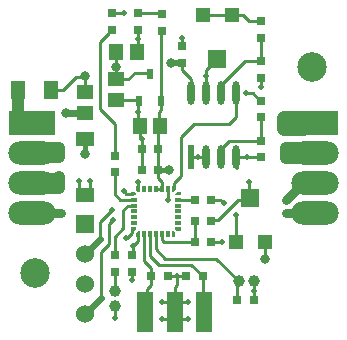
<source format=gtl>
G04*
G04 #@! TF.GenerationSoftware,Altium Limited,Altium Designer,22.0.2 (36)*
G04*
G04 Layer_Physical_Order=1*
G04 Layer_Color=255*
%FSLAX25Y25*%
%MOIN*%
G70*
G04*
G04 #@! TF.SameCoordinates,F94F0514-AA83-4675-BD86-3750A4AD6AA8*
G04*
G04*
G04 #@! TF.FilePolarity,Positive*
G04*
G01*
G75*
%ADD12C,0.01000*%
%ADD35C,0.04331*%
%ADD36R,0.15748X0.07874*%
%ADD37O,0.15748X0.07874*%
%ADD38R,0.03150X0.02756*%
%ADD39R,0.05512X0.13386*%
%ADD40R,0.06299X0.05906*%
%ADD41R,0.04724X0.04724*%
%ADD42R,0.02362X0.07874*%
%ADD43O,0.02362X0.07874*%
%ADD44C,0.03937*%
%ADD45R,0.00394X0.00394*%
%ADD46R,0.02165X0.01181*%
%ADD47R,0.00394X0.00394*%
%ADD48R,0.01181X0.02165*%
%ADD49R,0.06102X0.05118*%
%ADD50R,0.02362X0.03543*%
%ADD51R,0.04724X0.06496*%
%ADD52R,0.04528X0.05315*%
%ADD53R,0.05315X0.04528*%
%ADD54R,0.02756X0.03150*%
%ADD55C,0.01575*%
%ADD56C,0.02362*%
%ADD57C,0.03937*%
%ADD58C,0.01968*%
%ADD59C,0.03150*%
%ADD60C,0.04331*%
%ADD61C,0.06000*%
%ADD62R,0.06000X0.06000*%
%ADD63C,0.09843*%
%ADD64C,0.03150*%
%ADD65C,0.01968*%
G36*
X454134Y364173D02*
X453543Y363583D01*
X452165D01*
Y364764D01*
X454134D01*
Y364173D01*
D02*
G37*
G36*
X455315Y361614D02*
X454134D01*
Y362992D01*
X454724Y363583D01*
X455315D01*
Y361614D01*
D02*
G37*
G36*
Y376575D02*
X454724D01*
X454134Y377165D01*
Y378543D01*
X455315D01*
Y376575D01*
D02*
G37*
G36*
X454134Y375984D02*
Y375394D01*
X452165D01*
Y376575D01*
X453543D01*
X454134Y375984D01*
D02*
G37*
G36*
X469095Y363583D02*
X467717D01*
X467126Y364173D01*
Y364764D01*
X469095D01*
Y363583D01*
D02*
G37*
G36*
X467126Y362992D02*
Y361614D01*
X465945D01*
Y363583D01*
X466535D01*
X467126Y362992D01*
D02*
G37*
G36*
Y377165D02*
X466535Y376575D01*
X465945D01*
Y378543D01*
X467126D01*
Y377165D01*
D02*
G37*
G36*
X469095Y375394D02*
X467126D01*
Y375984D01*
X467717Y376575D01*
X469095D01*
Y375394D01*
D02*
G37*
D12*
X493248Y343760D02*
Y346791D01*
X493189Y346850D02*
X493248Y346791D01*
Y343760D02*
X493307Y343701D01*
X463779Y354331D02*
X474409D01*
X488583Y346850D02*
Y347756D01*
X480709Y354331D02*
X488189Y346850D01*
X474409Y354331D02*
X480709D01*
X487795Y341142D02*
Y346457D01*
X488189Y346850D01*
X493307Y341732D02*
Y343701D01*
X442126Y366535D02*
X446063Y370472D01*
X442126Y361024D02*
Y366535D01*
X444882Y365748D02*
X446457Y367323D01*
X442441Y356614D02*
X444882Y359055D01*
Y365748D01*
X446457Y367323D02*
Y367323D01*
X493035Y409392D02*
X495472Y406955D01*
X490608Y409392D02*
X493035D01*
X449868Y376772D02*
X450656Y375984D01*
X453150D01*
X446850D02*
Y383071D01*
X448819Y374016D02*
X453248D01*
X446850Y375984D02*
X448819Y374016D01*
X442441Y341339D02*
Y356614D01*
X449803Y364567D02*
Y370669D01*
X446850Y361614D02*
X449803Y364567D01*
Y370669D02*
X451181Y372047D01*
X446850Y355512D02*
Y361614D01*
X437008Y409941D02*
Y415354D01*
X436713Y402756D02*
X437008Y403051D01*
X441929Y404134D02*
X446850Y399213D01*
X441929Y404134D02*
Y426575D01*
X446850Y388583D02*
Y399213D01*
X429676Y410630D02*
X433989Y414943D01*
X436597D02*
X437008Y415354D01*
X425984Y410630D02*
X429676D01*
X433989Y414943D02*
X436597D01*
X469291Y425197D02*
Y427953D01*
Y417323D02*
X472284Y414331D01*
Y409449D02*
Y414331D01*
X469291Y417323D02*
Y419685D01*
X465748Y419685D02*
X465748Y419685D01*
X462402Y406890D02*
Y430118D01*
Y403740D02*
Y406890D01*
X491732Y374803D02*
Y379921D01*
Y374803D02*
X492126Y374410D01*
X466535Y379528D02*
X468898Y381890D01*
X468898D01*
X466535Y377559D02*
Y379528D01*
X468898Y394882D02*
X473228Y399213D01*
X468898Y381890D02*
Y394882D01*
X477165Y415354D02*
Y417126D01*
Y409567D02*
Y415354D01*
X495472Y406955D02*
X495669D01*
X473228Y399213D02*
X485039D01*
X487284Y401457D01*
Y409449D01*
X479134Y359842D02*
X482677D01*
X473622D02*
Y366929D01*
X462598Y360630D02*
X463386Y359842D01*
X473622D01*
X462598Y360630D02*
Y362697D01*
X482021Y374016D02*
X483203Y372835D01*
X479134Y374016D02*
X482021D01*
X483203Y372835D02*
X483465D01*
X487402Y359842D02*
Y368898D01*
X481426Y367253D02*
X488062Y373889D01*
X479458Y367253D02*
X481426D01*
X488062Y373889D02*
X491606D01*
X479134Y366929D02*
X479458Y367253D01*
X491606Y373889D02*
X492126Y374410D01*
X490945Y388189D02*
X495669D01*
X490945Y388189D02*
X490945Y388189D01*
X487284Y388189D02*
X490945D01*
X495669Y411417D02*
Y414698D01*
X451181Y372047D02*
X453248D01*
X496850Y354331D02*
Y359842D01*
X468012Y374016D02*
X473622D01*
X479134Y373819D02*
Y374016D01*
X482283Y412205D02*
X490289Y420210D01*
X495669D01*
X482283Y409449D02*
Y412205D01*
X472284Y388189D02*
X476654D01*
X455905Y383858D02*
Y394094D01*
X419291Y369606D02*
X419449Y369449D01*
X476968Y385827D02*
Y388189D01*
X476654D02*
X476968Y388503D01*
Y388583D01*
X477165Y409567D02*
X477283Y409449D01*
X480905Y420866D02*
X481102D01*
X477165Y417126D02*
X480905Y420866D01*
X491732Y433465D02*
X495669D01*
X489764Y435433D02*
X491732Y433465D01*
X485827Y435433D02*
X489764D01*
X476378D02*
X485827D01*
X495669Y420210D02*
Y427953D01*
X482283Y388189D02*
Y390945D01*
X485039Y393701D02*
X495669D01*
X482283Y390945D02*
X485039Y393701D01*
X495669D02*
Y401444D01*
X460630Y357480D02*
Y362697D01*
Y357480D02*
X463779Y354331D01*
X444988Y429831D02*
X445866Y430709D01*
X446063D01*
X441929Y426575D02*
X444988Y429634D01*
Y429831D01*
X425787Y410433D02*
X425984Y410630D01*
X454724Y427559D02*
Y430315D01*
Y423721D02*
Y427559D01*
X454232Y423228D02*
X454724Y423721D01*
X452756Y347244D02*
Y350000D01*
X438583Y377205D02*
Y380315D01*
X437008Y375630D02*
X438583Y377205D01*
X435039Y377598D02*
Y380315D01*
Y377598D02*
X437008Y375630D01*
X461417Y383858D02*
X461493Y383934D01*
X462205Y436221D02*
X462598Y435827D01*
X454724Y436221D02*
X462205D01*
X446063Y436221D02*
X450000D01*
X446063Y436221D02*
X446063Y436221D01*
X461811Y398917D02*
Y403150D01*
Y398917D02*
X462106Y398622D01*
X461811Y403150D02*
X462402Y403740D01*
X455217Y394783D02*
Y398622D01*
Y394783D02*
X455905Y394094D01*
X454724Y399114D02*
X455217Y398622D01*
X454724Y399114D02*
Y403150D01*
X454823Y403248D01*
Y406791D02*
X454921Y406890D01*
X454823Y403248D02*
Y406791D01*
X447244Y407185D02*
X454626D01*
X454921Y406890D01*
X428346Y381496D02*
Y382645D01*
X427576Y381496D02*
X428346Y382645D01*
X427576Y381496D02*
X428346D01*
X427576Y381496D02*
X427576Y381496D01*
X486969Y385275D02*
X487598Y384646D01*
X423622Y391142D02*
X424223Y391743D01*
X422402Y389921D02*
X423622Y391142D01*
X512047Y389606D02*
X513779D01*
X510669D02*
X512047D01*
X447244Y423130D02*
X447342Y423228D01*
X447244Y418110D02*
Y423130D01*
Y414075D02*
Y418110D01*
X451476Y414075D02*
X453740Y416339D01*
X447244Y414075D02*
X451476D01*
X462402Y430118D02*
X462598Y430315D01*
X453740Y416339D02*
X458268D01*
X458661Y415945D01*
X461417Y390748D02*
Y398327D01*
Y383858D02*
Y390748D01*
Y381102D02*
X462598Y379921D01*
Y377461D02*
Y379921D01*
X461417Y381102D02*
Y383858D01*
X508848Y387785D02*
X510669Y389606D01*
X503937Y387795D02*
X504122Y387981D01*
X454699Y379946D02*
X454724Y379921D01*
Y377559D02*
Y379921D01*
X464673Y334252D02*
X466929Y336508D01*
Y336614D01*
X462598Y334252D02*
X464673D01*
X462598Y339764D02*
X464673D01*
X466929Y337508D02*
X469185Y339764D01*
X471260D01*
X466929Y336614D02*
Y337508D01*
X464673Y339764D02*
X466929Y337508D01*
X469185Y334252D02*
X471260D01*
X466929Y336508D02*
X469185Y334252D01*
X466929Y337508D02*
Y344882D01*
X467717Y345669D02*
Y348425D01*
X466929Y344882D02*
X467717Y345669D01*
X464567Y348425D02*
X467717D01*
X470669D01*
X446850Y343583D02*
Y350000D01*
X452634Y362775D02*
Y363614D01*
X450976Y361117D02*
X452634Y362775D01*
X450714Y361117D02*
X450976D01*
X456693Y336614D02*
X457607Y337528D01*
Y344221D01*
X459055Y345669D01*
Y348425D01*
Y351181D01*
X456693Y353543D02*
X459055Y351181D01*
X456693Y353543D02*
Y362697D01*
X453150Y364129D02*
Y364173D01*
X452634Y363614D02*
X453150Y364129D01*
Y355906D02*
Y358661D01*
X452756Y355512D02*
X453150Y355906D01*
Y358661D02*
X454724Y360236D01*
Y362598D01*
X486969Y385275D02*
Y385827D01*
X486988Y385807D01*
X446850Y334646D02*
Y338583D01*
X503937Y374016D02*
X504095D01*
X509685Y379606D02*
X513779D01*
X503937Y369685D02*
X503976Y369646D01*
X513740D02*
X513779Y369606D01*
X481929Y385787D02*
X481968Y385827D01*
X464567Y374016D02*
Y377461D01*
X461244D02*
X462598D01*
X487795Y340551D02*
Y340748D01*
X486917Y341626D02*
X487795Y340748D01*
X458661Y355315D02*
X461614Y352362D01*
X458661Y355315D02*
Y362697D01*
X461614Y352362D02*
X472441D01*
X476181Y348622D01*
X476378Y336614D02*
Y340551D01*
X476181Y340748D02*
Y348425D01*
Y340748D02*
X476378Y340551D01*
X476181Y348425D02*
Y348622D01*
D35*
X420870Y379765D02*
D03*
D36*
X419291Y399606D02*
D03*
X513779D02*
D03*
D37*
X419291Y389606D02*
D03*
Y379606D02*
D03*
Y369606D02*
D03*
X513779Y389606D02*
D03*
Y379606D02*
D03*
Y369606D02*
D03*
D38*
X495669Y420210D02*
D03*
Y414698D02*
D03*
X446850Y350000D02*
D03*
Y355512D02*
D03*
X495669Y388189D02*
D03*
Y393701D02*
D03*
Y406955D02*
D03*
Y401444D02*
D03*
Y427953D02*
D03*
Y433465D02*
D03*
X469291Y425197D02*
D03*
Y419685D02*
D03*
X446063Y436221D02*
D03*
Y430709D02*
D03*
X462598Y435827D02*
D03*
Y430315D02*
D03*
X454724Y430709D02*
D03*
Y436221D02*
D03*
X446850Y388583D02*
D03*
Y383071D02*
D03*
X452756Y355512D02*
D03*
Y350000D02*
D03*
D39*
X457087Y336614D02*
D03*
X466929D02*
D03*
X476772D02*
D03*
D40*
X481102Y420866D02*
D03*
X492126Y374410D02*
D03*
D41*
X485827Y435433D02*
D03*
X476378D02*
D03*
X496850Y359842D02*
D03*
X487402D02*
D03*
D42*
X472284Y388189D02*
D03*
D43*
X487284D02*
D03*
X477283D02*
D03*
X482283D02*
D03*
X477283Y409449D02*
D03*
X487284D02*
D03*
X472284D02*
D03*
X482283D02*
D03*
D44*
X446850Y338583D02*
D03*
Y343583D02*
D03*
X488189Y346850D02*
D03*
X493189D02*
D03*
D45*
X453150Y364173D02*
D03*
Y375984D02*
D03*
X468110D02*
D03*
Y364173D02*
D03*
D46*
X453248Y366142D02*
D03*
Y368110D02*
D03*
Y370079D02*
D03*
Y372047D02*
D03*
Y374016D02*
D03*
X468012D02*
D03*
Y372047D02*
D03*
Y370079D02*
D03*
Y368110D02*
D03*
Y366142D02*
D03*
D47*
X454724Y377559D02*
D03*
X466535D02*
D03*
Y362598D02*
D03*
X454724D02*
D03*
D48*
X456693Y377461D02*
D03*
X458661D02*
D03*
X460630D02*
D03*
X462598D02*
D03*
X464567D02*
D03*
Y362697D02*
D03*
X462598D02*
D03*
X460630D02*
D03*
X458661D02*
D03*
X456693D02*
D03*
D49*
X437008Y394055D02*
D03*
Y375630D02*
D03*
D50*
X454921Y406890D02*
D03*
X462402D02*
D03*
X458661Y415945D02*
D03*
D51*
X414764Y410433D02*
D03*
X425787D02*
D03*
D52*
X462106Y398622D02*
D03*
X455217D02*
D03*
X447342Y423228D02*
D03*
X454232D02*
D03*
D53*
X447244Y414075D02*
D03*
Y407185D02*
D03*
X437008Y409941D02*
D03*
Y403051D02*
D03*
D54*
X455905Y383858D02*
D03*
X461417D02*
D03*
X455905Y390748D02*
D03*
X461417D02*
D03*
X479134Y359842D02*
D03*
X473622D02*
D03*
X479134Y366929D02*
D03*
X473622D02*
D03*
X487795Y340551D02*
D03*
X493307D02*
D03*
X473622Y374016D02*
D03*
X479134D02*
D03*
X470669Y348425D02*
D03*
X476181D02*
D03*
X464567D02*
D03*
X459055D02*
D03*
D55*
X437008Y389370D02*
Y394055D01*
X461493Y383934D02*
X464869D01*
D56*
X437008Y355906D02*
X442126Y361024D01*
X437008Y335906D02*
X442441Y341339D01*
X430709Y402756D02*
X436713D01*
D57*
X503937Y391339D02*
X512047D01*
X503937Y387795D02*
Y390748D01*
X428270Y378030D02*
Y381419D01*
X428346Y388189D02*
Y391142D01*
X423622D02*
X428346D01*
X425711Y388189D02*
X428346D01*
X423811Y377953D02*
X428346D01*
X420827Y391142D02*
X423622D01*
X512047Y391339D02*
X513779Y389606D01*
X503937Y390748D02*
Y391339D01*
X419291Y389606D02*
X420827Y391142D01*
X422475Y388853D02*
X425047D01*
X425711Y388189D01*
X422402Y388779D02*
X422475Y388853D01*
X503947Y387785D02*
X508848D01*
X414764Y401575D02*
X416732Y399606D01*
X419291D01*
X414764Y401575D02*
Y410433D01*
D58*
X465748Y419685D02*
X468898D01*
D59*
X419449Y369449D02*
X428976D01*
X504095Y374016D02*
X509685Y379606D01*
X503976Y369646D02*
X513740D01*
D60*
X420870Y379765D02*
X422139Y381034D01*
X420719Y379606D02*
Y379614D01*
X419291Y379606D02*
X420719D01*
Y379614D02*
X420870Y379765D01*
X422139Y381034D02*
X427884D01*
X502953Y397638D02*
Y401575D01*
Y397638D02*
X509842D01*
X502953Y401575D02*
X511811D01*
D61*
X437008Y335906D02*
D03*
Y355906D02*
D03*
Y345905D02*
D03*
D62*
Y365905D02*
D03*
D63*
X420275Y349409D02*
D03*
X512795Y418307D02*
D03*
D64*
X437008Y389370D02*
D03*
X430709Y402756D02*
D03*
X437008Y415354D02*
D03*
X465748Y419685D02*
D03*
X464869Y383934D02*
D03*
X496850Y354331D02*
D03*
X428346Y377953D02*
D03*
Y381496D02*
D03*
X503937Y391339D02*
D03*
X428346Y391142D02*
D03*
Y388189D02*
D03*
X447244Y418110D02*
D03*
X503937Y387795D02*
D03*
X502953Y397638D02*
D03*
Y401575D02*
D03*
D65*
X493307Y343701D02*
D03*
X490608Y409392D02*
D03*
X449868Y376772D02*
D03*
X446063Y370472D02*
D03*
X446457Y367323D02*
D03*
X428976Y369449D02*
D03*
X469291Y427953D02*
D03*
X491732Y379921D02*
D03*
X477165Y415354D02*
D03*
X482677Y359842D02*
D03*
X483465Y372835D02*
D03*
X487402Y368898D02*
D03*
X490945Y388189D02*
D03*
X495669Y411417D02*
D03*
X474803Y388189D02*
D03*
X455905Y394094D02*
D03*
X454724Y427559D02*
D03*
X452756Y347244D02*
D03*
X438583Y380315D02*
D03*
X435039D02*
D03*
X450000Y436221D02*
D03*
X454724Y403150D02*
D03*
X454699Y379946D02*
D03*
X462598Y334252D02*
D03*
Y339764D02*
D03*
X471260D02*
D03*
Y334252D02*
D03*
X467717Y348425D02*
D03*
X450714Y361117D02*
D03*
X453150Y358661D02*
D03*
X464567Y374016D02*
D03*
X446850Y334646D02*
D03*
X503937Y374016D02*
D03*
Y369685D02*
D03*
M02*

</source>
